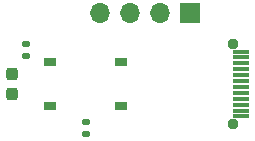
<source format=gbr>
%TF.GenerationSoftware,KiCad,Pcbnew,8.0.3*%
%TF.CreationDate,2024-07-16T16:20:45-05:00*%
%TF.ProjectId,kryptonite,6b727970-746f-46e6-9974-652e6b696361,rev?*%
%TF.SameCoordinates,PX813b7f0PY6643331*%
%TF.FileFunction,Soldermask,Bot*%
%TF.FilePolarity,Negative*%
%FSLAX46Y46*%
G04 Gerber Fmt 4.6, Leading zero omitted, Abs format (unit mm)*
G04 Created by KiCad (PCBNEW 8.0.3) date 2024-07-16 16:20:45*
%MOMM*%
%LPD*%
G01*
G04 APERTURE LIST*
G04 Aperture macros list*
%AMRoundRect*
0 Rectangle with rounded corners*
0 $1 Rounding radius*
0 $2 $3 $4 $5 $6 $7 $8 $9 X,Y pos of 4 corners*
0 Add a 4 corners polygon primitive as box body*
4,1,4,$2,$3,$4,$5,$6,$7,$8,$9,$2,$3,0*
0 Add four circle primitives for the rounded corners*
1,1,$1+$1,$2,$3*
1,1,$1+$1,$4,$5*
1,1,$1+$1,$6,$7*
1,1,$1+$1,$8,$9*
0 Add four rect primitives between the rounded corners*
20,1,$1+$1,$2,$3,$4,$5,0*
20,1,$1+$1,$4,$5,$6,$7,0*
20,1,$1+$1,$6,$7,$8,$9,0*
20,1,$1+$1,$8,$9,$2,$3,0*%
G04 Aperture macros list end*
%ADD10RoundRect,0.128000X0.272000X-0.272000X0.272000X0.272000X-0.272000X0.272000X-0.272000X-0.272000X0*%
%ADD11RoundRect,0.080000X0.620000X-0.080000X0.620000X0.080000X-0.620000X0.080000X-0.620000X-0.080000X0*%
%ADD12RoundRect,0.087500X0.612500X-0.087500X0.612500X0.087500X-0.612500X0.087500X-0.612500X-0.087500X0*%
%ADD13R,1.700000X1.700000*%
%ADD14O,1.700000X1.700000*%
%ADD15RoundRect,0.237500X-0.237500X0.287500X-0.237500X-0.287500X0.237500X-0.287500X0.237500X0.287500X0*%
%ADD16R,1.000000X0.750000*%
%ADD17RoundRect,0.135000X-0.185000X0.135000X-0.185000X-0.135000X0.185000X-0.135000X0.185000X0.135000X0*%
G04 APERTURE END LIST*
D10*
%TO.C,P1*%
X24037500Y5135001D03*
X24037500Y11985001D03*
D11*
X24687500Y5810001D03*
D12*
X24687500Y6310001D03*
X24687500Y6810001D03*
X24687500Y7310001D03*
X24687500Y7810001D03*
X24687500Y8310001D03*
X24687500Y8810001D03*
X24687500Y9310001D03*
X24687500Y9810001D03*
X24687500Y10310001D03*
X24687500Y10810001D03*
D11*
X24687500Y11310001D03*
%TD*%
D13*
%TO.C,J1*%
X20390000Y14550001D03*
D14*
X17850000Y14550001D03*
X15310000Y14550001D03*
X12770000Y14550001D03*
%TD*%
D15*
%TO.C,D1*%
X5310000Y9442501D03*
X5310000Y7692501D03*
%TD*%
D16*
%TO.C,SW1*%
X8530000Y6710001D03*
X14530000Y6710001D03*
X8530000Y10460001D03*
X14530000Y10460001D03*
%TD*%
D17*
%TO.C,R5*%
X11640000Y5310001D03*
X11640000Y4290001D03*
%TD*%
%TO.C,R6*%
X6480000Y11930001D03*
X6480000Y10910001D03*
%TD*%
M02*

</source>
